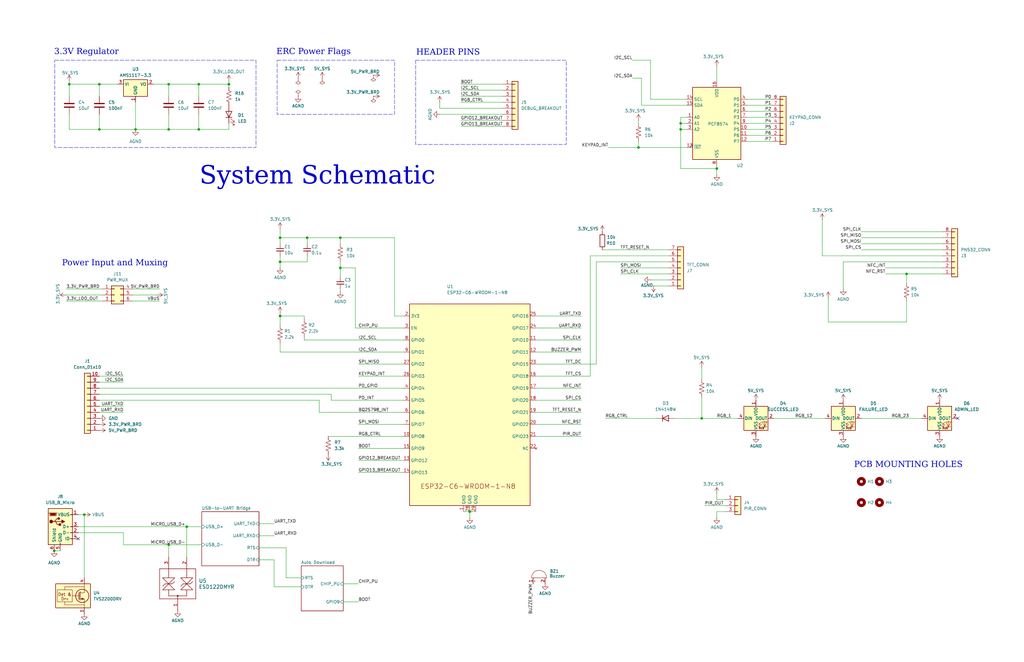
<source format=kicad_sch>
(kicad_sch (version 20231120) (generator "eeschema") (generator_version "8.0")
  (paper "B")
  (title_block (title "SCAN") (date "2025-01-30") (rev "v1.1") (company "Senior Design Group 35"))
  (junction (at 302.26 71.12))
  (junction (at 118.11 100.33))
  (junction (at 83.82 35.56))
  (junction (at 143.51 100.33))
  (junction (at 143.51 113.03))
  (junction (at 71.12 54.61))
  (junction (at 71.12 229.87))
  (junction (at 118.11 133.35))
  (junction (at 35.56 217.17))
  (junction (at 41.91 54.61))
  (junction (at 22.86 232.41))
  (junction (at 295.91 176.53))
  (junction (at 118.11 110.49))
  (junction (at 382.27 115.57))
  (junction (at 198.12 215.9))
  (junction (at 78.74 222.25))
  (junction (at 71.12 35.56))
  (junction (at 96.52 35.56))
  (junction (at 287.02 54.61))
  (junction (at 57.15 54.61))
  (junction (at 129.54 100.33))
  (junction (at 29.21 35.56))
  (junction (at 269.24 62.23))
  (junction (at 41.91 35.56))
  (junction (at 83.82 54.61))
  (junction (at 287.02 52.07))
  (no_connect (at 403.86 176.53))
  (no_connect (at 33.02 227.33))
  (wire (pts (xy 349.25 135.89) (xy 349.25 125.73)))
  (wire (pts (xy 120.65 243.84) (xy 120.65 231.14)))
  (wire (pts (xy 118.11 144.78) (xy 118.11 148.59)))
  (wire (pts (xy 274.32 41.91) (xy 289.56 41.91)))
  (wire (pts (xy 71.12 35.56) (xy 83.82 35.56)))
  (wire (pts (xy 128.27 133.35) (xy 118.11 133.35)))
  (wire (pts (xy 266.7 33.02) (xy 270.51 33.02)))
  (wire (pts (xy 118.11 148.59) (xy 170.18 148.59)))
  (wire (pts (xy 287.02 52.07) (xy 287.02 54.61)))
  (wire (pts (xy 270.51 44.45) (xy 289.56 44.45)))
  (wire (pts (xy 363.22 176.53) (xy 388.62 176.53)))
  (wire (pts (xy 269.24 62.23) (xy 269.24 59.69)))
  (wire (pts (xy 194.31 43.18) (xy 212.09 43.18)))
  (wire (pts (xy 185.42 45.72) (xy 212.09 45.72)))
  (wire (pts (xy 295.91 176.53) (xy 311.15 176.53)))
  (wire (pts (xy 83.82 35.56) (xy 96.52 35.56)))
  (wire (pts (xy 198.12 215.9) (xy 200.66 215.9)))
  (wire (pts (xy 71.12 35.56) (xy 71.12 40.64)))
  (wire (pts (xy 266.7 25.4) (xy 274.32 25.4)))
  (wire (pts (xy 128.27 142.24) (xy 128.27 143.51)))
  (wire (pts (xy 151.13 254) (xy 144.78 254)))
  (wire (pts (xy 281.94 110.49) (xy 251.46 110.49)))
  (wire (pts (xy 134.62 173.99) (xy 170.18 173.99)))
  (wire (pts (xy 269.24 50.8) (xy 269.24 52.07)))
  (wire (pts (xy 166.37 100.33) (xy 166.37 133.35)))
  (wire (pts (xy 71.12 54.61) (xy 83.82 54.61)))
  (wire (pts (xy 128.27 143.51) (xy 170.18 143.51)))
  (wire (pts (xy 57.15 43.18) (xy 57.15 54.61)))
  (wire (pts (xy 302.26 215.9) (xy 302.26 218.44)))
  (wire (pts (xy 52.07 229.87) (xy 71.12 229.87)))
  (wire (pts (xy 255.27 176.53) (xy 276.86 176.53)))
  (wire (pts (xy 382.27 115.57) (xy 397.51 115.57)))
  (wire (pts (xy 314.96 52.07) (xy 325.12 52.07)))
  (wire (pts (xy 143.51 100.33) (xy 143.51 102.87)))
  (wire (pts (xy 302.26 27.94) (xy 302.26 34.29)))
  (wire (pts (xy 151.13 179.07) (xy 170.18 179.07)))
  (wire (pts (xy 71.12 229.87) (xy 85.09 229.87)))
  (wire (pts (xy 269.24 62.23) (xy 289.56 62.23)))
  (wire (pts (xy 52.07 229.87) (xy 52.07 224.79)))
  (wire (pts (xy 287.02 54.61) (xy 289.56 54.61)))
  (wire (pts (xy 33.02 217.17) (xy 35.56 217.17)))
  (wire (pts (xy 346.71 107.95) (xy 397.51 107.95)))
  (wire (pts (xy 314.96 54.61) (xy 325.12 54.61)))
  (wire (pts (xy 226.06 168.91) (xy 245.11 168.91)))
  (wire (pts (xy 261.62 115.57) (xy 281.94 115.57)))
  (wire (pts (xy 29.21 35.56) (xy 41.91 35.56)))
  (wire (pts (xy 120.65 243.84) (xy 127 243.84)))
  (wire (pts (xy 195.58 215.9) (xy 198.12 215.9)))
  (wire (pts (xy 325.12 44.45) (xy 314.96 44.45)))
  (wire (pts (xy 166.37 100.33) (xy 143.51 100.33)))
  (wire (pts (xy 151.13 158.75) (xy 170.18 158.75)))
  (wire (pts (xy 115.57 247.65) (xy 115.57 236.22)))
  (wire (pts (xy 41.91 54.61) (xy 41.91 48.26)))
  (wire (pts (xy 138.43 184.15) (xy 170.18 184.15)))
  (wire (pts (xy 198.12 215.9) (xy 198.12 218.44)))
  (wire (pts (xy 281.94 107.95) (xy 248.92 107.95)))
  (wire (pts (xy 226.06 184.15) (xy 245.11 184.15)))
  (wire (pts (xy 270.51 33.02) (xy 270.51 44.45)))
  (wire (pts (xy 149.86 113.03) (xy 149.86 138.43)))
  (wire (pts (xy 274.32 118.11) (xy 281.94 118.11)))
  (wire (pts (xy 52.07 173.99) (xy 41.91 173.99)))
  (wire (pts (xy 382.27 115.57) (xy 382.27 119.38)))
  (wire (pts (xy 64.77 35.56) (xy 71.12 35.56)))
  (wire (pts (xy 139.7 168.91) (xy 139.7 166.37)))
  (wire (pts (xy 355.6 121.92) (xy 355.6 110.49)))
  (wire (pts (xy 363.22 97.79) (xy 397.51 97.79)))
  (wire (pts (xy 96.52 36.83) (xy 96.52 35.56)))
  (wire (pts (xy 118.11 110.49) (xy 129.54 110.49)))
  (wire (pts (xy 166.37 133.35) (xy 170.18 133.35)))
  (wire (pts (xy 254 105.41) (xy 281.94 105.41)))
  (wire (pts (xy 194.31 53.34) (xy 212.09 53.34)))
  (wire (pts (xy 78.74 222.25) (xy 78.74 234.95)))
  (wire (pts (xy 194.31 38.1) (xy 212.09 38.1)))
  (wire (pts (xy 194.31 50.8) (xy 212.09 50.8)))
  (wire (pts (xy 194.31 40.64) (xy 212.09 40.64)))
  (wire (pts (xy 314.96 59.69) (xy 325.12 59.69)))
  (wire (pts (xy 129.54 100.33) (xy 143.51 100.33)))
  (wire (pts (xy 41.91 35.56) (xy 41.91 40.64)))
  (wire (pts (xy 71.12 229.87) (xy 71.12 234.95)))
  (wire (pts (xy 118.11 132.08) (xy 118.11 133.35)))
  (wire (pts (xy 41.91 35.56) (xy 49.53 35.56)))
  (wire (pts (xy 134.62 168.91) (xy 134.62 173.99)))
  (wire (pts (xy 52.07 171.45) (xy 41.91 171.45)))
  (wire (pts (xy 41.91 163.83) (xy 170.18 163.83)))
  (wire (pts (xy 41.91 54.61) (xy 57.15 54.61)))
  (wire (pts (xy 57.15 54.61) (xy 71.12 54.61)))
  (wire (pts (xy 29.21 35.56) (xy 29.21 40.64)))
  (wire (pts (xy 115.57 236.22) (xy 109.22 236.22)))
  (wire (pts (xy 120.65 231.14) (xy 109.22 231.14)))
  (wire (pts (xy 326.39 176.53) (xy 347.98 176.53)))
  (wire (pts (xy 83.82 54.61) (xy 96.52 54.61)))
  (wire (pts (xy 139.7 168.91) (xy 170.18 168.91)))
  (wire (pts (xy 29.21 48.26) (xy 29.21 54.61)))
  (wire (pts (xy 363.22 105.41) (xy 397.51 105.41)))
  (wire (pts (xy 66.04 124.46) (xy 55.88 124.46)))
  (wire (pts (xy 287.02 49.53) (xy 289.56 49.53)))
  (wire (pts (xy 245.11 138.43) (xy 226.06 138.43)))
  (wire (pts (xy 251.46 153.67) (xy 226.06 153.67)))
  (wire (pts (xy 373.38 115.57) (xy 382.27 115.57)))
  (wire (pts (xy 118.11 102.87) (xy 118.11 100.33)))
  (wire (pts (xy 118.11 133.35) (xy 118.11 137.16)))
  (wire (pts (xy 251.46 110.49) (xy 251.46 153.67)))
  (wire (pts (xy 118.11 100.33) (xy 129.54 100.33)))
  (wire (pts (xy 261.62 113.03) (xy 281.94 113.03)))
  (wire (pts (xy 287.02 49.53) (xy 287.02 52.07)))
  (wire (pts (xy 55.88 127) (xy 67.31 127)))
  (wire (pts (xy 22.86 232.41) (xy 25.4 232.41)))
  (wire (pts (xy 325.12 41.91) (xy 314.96 41.91)))
  (wire (pts (xy 287.02 54.61) (xy 287.02 71.12)))
  (wire (pts (xy 27.94 124.46) (xy 43.18 124.46)))
  (wire (pts (xy 78.74 222.25) (xy 85.09 222.25)))
  (wire (pts (xy 29.21 34.29) (xy 29.21 35.56)))
  (wire (pts (xy 295.91 167.64) (xy 295.91 176.53)))
  (wire (pts (xy 302.26 210.82) (xy 302.26 208.28)))
  (wire (pts (xy 306.07 213.36) (xy 297.18 213.36)))
  (wire (pts (xy 287.02 71.12) (xy 302.26 71.12)))
  (wire (pts (xy 245.11 133.35) (xy 226.06 133.35)))
  (wire (pts (xy 143.51 121.92) (xy 143.51 123.19)))
  (wire (pts (xy 185.42 48.26) (xy 212.09 48.26)))
  (wire (pts (xy 274.32 25.4) (xy 274.32 41.91)))
  (wire (pts (xy 256.54 62.23) (xy 269.24 62.23)))
  (wire (pts (xy 382.27 135.89) (xy 349.25 135.89)))
  (wire (pts (xy 325.12 49.53) (xy 314.96 49.53)))
  (wire (pts (xy 151.13 199.39) (xy 170.18 199.39)))
  (wire (pts (xy 306.07 210.82) (xy 302.26 210.82)))
  (wire (pts (xy 143.51 110.49) (xy 143.51 113.03)))
  (wire (pts (xy 83.82 48.26) (xy 83.82 54.61)))
  (wire (pts (xy 185.42 43.18) (xy 185.42 45.72)))
  (wire (pts (xy 373.38 113.03) (xy 397.51 113.03)))
  (wire (pts (xy 245.11 143.51) (xy 226.06 143.51)))
  (wire (pts (xy 226.06 179.07) (xy 245.11 179.07)))
  (wire (pts (xy 149.86 138.43) (xy 170.18 138.43)))
  (wire (pts (xy 194.31 35.56) (xy 212.09 35.56)))
  (wire (pts (xy 346.71 92.71) (xy 346.71 107.95)))
  (wire (pts (xy 52.07 161.29) (xy 41.91 161.29)))
  (wire (pts (xy 83.82 35.56) (xy 83.82 40.64)))
  (wire (pts (xy 109.22 220.98) (xy 115.57 220.98)))
  (wire (pts (xy 41.91 158.75) (xy 52.07 158.75)))
  (wire (pts (xy 306.07 215.9) (xy 302.26 215.9)))
  (wire (pts (xy 287.02 52.07) (xy 289.56 52.07)))
  (wire (pts (xy 109.22 226.06) (xy 115.57 226.06)))
  (wire (pts (xy 29.21 54.61) (xy 41.91 54.61)))
  (wire (pts (xy 248.92 107.95) (xy 248.92 158.75)))
  (wire (pts (xy 363.22 100.33) (xy 397.51 100.33)))
  (wire (pts (xy 115.57 247.65) (xy 127 247.65)))
  (wire (pts (xy 382.27 127) (xy 382.27 135.89)))
  (wire (pts (xy 314.96 57.15) (xy 325.12 57.15)))
  (wire (pts (xy 363.22 102.87) (xy 397.51 102.87)))
  (wire (pts (xy 295.91 154.94) (xy 295.91 160.02)))
  (wire (pts (xy 118.11 110.49) (xy 118.11 113.03)))
  (wire (pts (xy 96.52 52.07) (xy 96.52 54.61)))
  (wire (pts (xy 151.13 189.23) (xy 170.18 189.23)))
  (wire (pts (xy 151.13 194.31) (xy 170.18 194.31)))
  (wire (pts (xy 129.54 107.95) (xy 129.54 110.49)))
  (wire (pts (xy 35.56 217.17) (xy 35.56 243.84)))
  (wire (pts (xy 302.26 71.12) (xy 302.26 69.85)))
  (wire (pts (xy 275.59 120.65) (xy 281.94 120.65)))
  (wire (pts (xy 226.06 158.75) (xy 248.92 158.75)))
  (wire (pts (xy 284.48 176.53) (xy 295.91 176.53)))
  (wire (pts (xy 118.11 96.52) (xy 118.11 100.33)))
  (wire (pts (xy 302.26 73.66) (xy 302.26 71.12)))
  (wire (pts (xy 33.02 222.25) (xy 78.74 222.25)))
  (wire (pts (xy 151.13 153.67) (xy 170.18 153.67)))
  (wire (pts (xy 245.11 173.99) (xy 226.06 173.99)))
  (wire (pts (xy 41.91 166.37) (xy 139.7 166.37)))
  (wire (pts (xy 355.6 110.49) (xy 397.51 110.49)))
  (wire (pts (xy 226.06 163.83) (xy 245.11 163.83)))
  (wire (pts (xy 143.51 113.03) (xy 143.51 116.84)))
  (wire (pts (xy 55.88 121.92) (xy 67.31 121.92)))
  (wire (pts (xy 149.86 113.03) (xy 143.51 113.03)))
  (wire (pts (xy 129.54 102.87) (xy 129.54 100.33)))
  (wire (pts (xy 41.91 168.91) (xy 134.62 168.91)))
  (wire (pts (xy 325.12 46.99) (xy 314.96 46.99)))
  (wire (pts (xy 144.78 246.38) (xy 151.13 246.38)))
  (wire (pts (xy 71.12 54.61) (xy 71.12 48.26)))
  (wire (pts (xy 118.11 107.95) (xy 118.11 110.49)))
  (wire (pts (xy 128.27 134.62) (xy 128.27 133.35)))
  (wire (pts (xy 43.18 127) (xy 27.94 127)))
  (wire (pts (xy 33.02 224.79) (xy 52.07 224.79)))
  (wire (pts (xy 43.18 121.92) (xy 27.94 121.92)))
  (wire (pts (xy 245.11 148.59) (xy 226.06 148.59)))
  (wire (pts (xy 96.52 34.29) (xy 96.52 35.56)))
  (rectangle (start 274.32 26.67) (end 274.32 26.67))
  (rectangle (start 116.84 25.4) (end 166.37 48.26) (stroke (width 0) (type dash)))
  (rectangle (start 23.114 25.4) (end 107.95 62.23) (stroke (width 0) (type dash)))
  (rectangle (start 175.26 25.4) (end 238.76 60.96) (stroke (width 0) (type dash)))
  (text "HEADER PINS" (at 175.514 24.384 0) (effects (font (size 2.54 2.54) (thickness 0.3175)) (justify left bottom)))
  (text "System Schematic" (at 133.858 76.454 0) (effects (font (size 7.62 7.62) (thickness 0.9525))))
  (text "ERC Power Flags" (at 116.586 24.13 0) (effects (font (size 2.54 2.54) (thickness 0.3175)) (justify left bottom)))
  (text "PCB MOUNTING HOLES" (at 360.172 198.374 0) (effects (font (size 2.54 2.54) (thickness 0.3175)) (justify left bottom)))
  (text "3.3V Regulator" (at 22.86 24.13 0) (effects (font (size 2.54 2.54) (thickness 0.3175)) (justify left bottom)))
  (text "Power Input and Muxing" (at 26.162 113.284 0) (effects (font (size 2.54 2.54) (thickness 0.3175)) (justify left bottom)))
  (label "GPIO13_BREAKOUT" (at 194.31 53.34 0))
  (label "UART_RXD" (at 245.11 138.43 180))
  (label "SPI_MOSI" (at 151.13 179.07 0))
  (label "PIR_OUT" (at 297.18 213.36 0))
  (label "NFC_RST" (at 245.11 179.07 180))
  (label "P2" (at 322.58 46.99 0))
  (label "MICRO_USB_D-" (at 63.5 229.87 0))
  (label "BOOT" (at 151.13 189.23 0))
  (label "RGB_CTRL" (at 194.31 43.18 0))
  (label "NFC_INT" (at 373.38 113.03 180))
  (label "GPIO12_BREAKOUT" (at 194.31 50.8 0))
  (label "RGB_12" (at 335.28 176.53 0))
  (label "P1" (at 322.58 44.45 0))
  (label "SPI_CLK" (at 363.22 97.79 180))
  (label "UART_TXD" (at 245.11 133.35 180))
  (label "KEYPAD_INT" (at 151.13 158.75 0))
  (label "NFC_RST" (at 373.38 115.57 180))
  (label "TFT_RESET_N" (at 261.62 105.41 0))
  (label "SPI_CS" (at 363.22 105.41 180))
  (label "RGB_1" (at 302.26 176.53 0))
  (label "RGB_CTRL" (at 151.13 184.15 0))
  (label "SPI_MISO" (at 151.13 153.67 0))
  (label "P0" (at 322.58 41.91 0))
  (label "BUZZER_PWM" (at 245.11 148.59 180))
  (label "UART_RXD" (at 115.57 226.06 0))
  (label "P7" (at 322.58 59.69 0))
  (label "5V_PWR_BRD" (at 67.31 121.92 180))
  (label "TFT_DC" (at 245.11 153.67 180))
  (label "TFT_CS" (at 245.11 158.75 180))
  (label "RGB_23" (at 375.92 176.53 0))
  (label "P4" (at 322.58 52.07 0))
  (label "SPI_CS" (at 245.11 168.91 180))
  (label "RGB_CTRL" (at 255.27 176.53 0))
  (label "I2C_SDA" (at 266.7 33.02 180))
  (label "SPI_MISO" (at 363.22 100.33 180))
  (label "PD_INT" (at 151.13 168.91 0))
  (label "SPI_MOSI" (at 363.22 102.87 180))
  (label "CHIP_PU" (at 151.13 138.43 0))
  (label "PD_GPIO" (at 151.13 163.83 0))
  (label "BOOT" (at 194.31 35.56 0))
  (label "I2C_SCL" (at 194.31 38.1 0))
  (label "I2C_SDA" (at 52.07 161.29 180))
  (label "BQ25798_INT" (at 163.83 173.99 180))
  (label "UART_TXD" (at 52.07 171.45 180))
  (label "I2C_SCL" (at 266.7 25.4 180))
  (label "NFC_INT" (at 245.11 163.83 180))
  (label "3.3V_PWR_BRD" (at 27.94 121.92 0))
  (label "P6" (at 322.58 57.15 0))
  (label "GPIO13_BREAKOUT" (at 151.13 199.39 0))
  (label "I2C_SDA" (at 151.13 148.59 0))
  (label "P5" (at 322.58 54.61 0))
  (label "SPI_MOSI" (at 261.62 113.03 0))
  (label "PIR_OUT" (at 245.11 184.15 180))
  (label "I2C_SCL" (at 151.13 143.51 0))
  (label "KEYPAD_INT" (at 256.54 62.23 180))
  (label "P3" (at 322.58 49.53 0))
  (label "SPI_CLK" (at 245.11 143.51 180))
  (label "I2C_SCL" (at 52.07 158.75 180))
  (label "BUZZER_PWM" (at 224.79 246.38 270))
  (label "GPIO12_BREAKOUT" (at 151.13 194.31 0))
  (label "UART_RXD" (at 52.07 173.99 180))
  (label "UART_TXD" (at 115.57 220.98 0))
  (label "MICRO_USB_D+" (at 63.5 222.25 0))
  (label "BOOT" (at 151.13 254 0))
  (label "VBUS" (at 67.31 127 180))
  (label "TFT_RESET_N" (at 245.11 173.99 180))
  (label "3.3V_LDO_OUT" (at 27.94 127 0))
  (label "CHIP_PU" (at 151.13 246.38 0))
  (label "I2C_SDA" (at 194.31 40.64 0))
  (label "SPI_CLK" (at 261.62 115.57 0))
  (symbol (lib_id "PCM_Espressif:ESP32-C6-WROOM-1") (at 198.12 161.29 0) (unit 1)
    (property "Reference" "U1" (at 188.468 120.904 0) (effects (justify left)))
    (property "Value" "ESP32-C6-WROOM-1-N8" (at 188.468 123.444 0) (effects (justify left)))
    (property "Footprint" "SCAN_footprints:ESP32-C6-WROOM-1-N8" (effects (hide yes)))
    (property "Datasheet" "https://www.espressif.com/sites/default/files/documentation/esp32-c6-wroom-1_wroom-1u_datasheet_en.pdf" (effects (hide yes)))
    (property "Description" "ESP32-C6-WROOM-1/U is a module that supports 2.4 GHz Wi-Fi 6 (802.11 ax), Bluetooth® 5 (LE), Zigbee and Thread (802.15.4)" (effects (hide yes)))
  )
  (symbol (lib_id "Device:R_US") (at 295.91 163.83 0) (unit 1)
    (property "Reference" "R4" (at 297.688 162.56 0) (effects (justify left)))
    (property "Value" "10k" (at 297.688 165.1 0) (effects (justify left)))
    (property "Footprint" "Resistor_SMD:R_0805_2012Metric" (effects (hide yes)))
    (property "Description" "Resistor, US symbol" (effects (hide yes)))
  )
  (symbol (lib_id "Device:C_Small") (at 129.54 105.41 0) (unit 1)
    (property "Reference" "C2" (at 131.318 104.14 0) (effects (justify left)))
    (property "Value" "0.1u" (at 131.318 106.68 0) (effects (justify left)))
    (property "Footprint" "Capacitor_SMD:C_0603_1608Metric" (effects (hide yes)))
    (property "Description" "50V, 10%" (effects (hide yes)))
  )
  (symbol (lib_id "Device:R_US") (at 143.51 106.68 0) (unit 1)
    (property "Reference" "R3" (at 146.05 105.4099 0) (effects (justify left)))
    (property "Value" "10k" (at 146.05 107.9499 0) (effects (justify left)))
    (property "Footprint" "Resistor_SMD:R_0805_2012Metric" (effects (hide yes)))
    (property "Description" "1%" (effects (hide yes)))
  )
  (symbol (lib_id "LED:WS2812B") (at 396.24 176.53 0) (unit 1)
    (property "Reference" "D6" (at 407.67 170.2114 0))
    (property "Value" "ADMIN_LED" (at 407.67 172.7514 0))
    (property "Footprint" "LED_SMD:LED_WS2812B_PLCC4_5.0x5.0mm_P3.2mm" (effects (hide yes)))
    (property "Datasheet" "https://cdn-shop.adafruit.com/datasheets/WS2812B.pdf" (effects (hide yes)))
    (property "Description" "RGB LED with integrated controller" (effects (hide yes)))
  )
  (symbol (lib_id "Regulator_Linear:AMS1117-3.3") (at 57.15 35.56 0) (unit 1)
    (property "Reference" "U3" (at 57.15 29.21 0))
    (property "Value" "AMS1117-3.3" (at 57.15 31.75 0))
    (property "Footprint" "Package_TO_SOT_SMD:SOT-223-3_TabPin2" (effects (hide yes)))
    (property "Datasheet" "http://www.advanced-monolithic.com/pdf/ds1117.pdf" (effects (hide yes)))
    (property "Description" "1A Low Dropout regulator, positive, 3.3V fixed output, SOT-223" (effects (hide yes)))
  )
  (symbol (lib_id "Device:C_Small") (at 143.51 119.38 0) (unit 1)
    (property "Reference" "C3" (at 145.288 118.11 0) (effects (justify left)))
    (property "Value" "1u" (at 145.288 120.65 0) (effects (justify left)))
    (property "Footprint" "Capacitor_SMD:C_0603_1608Metric" (effects (hide yes)))
    (property "Description" "16V, 10%" (effects (hide yes)))
  )
  (symbol (lib_id "Device:Buzzer") (at 227.33 243.84 90) (unit 1)
    (property "Reference" "BZ1" (at 235.712 241.046 90) (effects (justify left)))
    (property "Value" "Buzzer" (at 238.252 243.078 90) (effects (justify left)))
    (property "Footprint" "Buzzer_Beeper:Buzzer_12x9.5RM7.6" (effects (hide yes)))
    (property "Description" "Buzzer, polarized" (effects (hide yes)))
  )
  (symbol (lib_id "power:GND") (at 125.73 40.64 0) (unit 1)
    (property "Reference" "#PWR016" (effects (hide yes)))
    (property "Value" "AGND" (at 125.73 44.704 0))
    (property "Description" "Power symbol creates a global label with name \"GND\" , ground" (effects (hide yes)))
  )
  (symbol (lib_id "power:GND") (at 41.91 176.53 90) (unit 1)
    (property "Reference" "#PWR043" (effects (hide yes)))
    (property "Value" "GND" (at 45.72 176.5301 90) (effects (justify right)))
    (property "Description" "Power symbol creates a global label with name \"GND\" , ground" (effects (hide yes)))
  )
  (symbol (lib_id "power:GND") (at 355.6 184.15 0) (unit 1)
    (property "Reference" "#PWR022" (effects (hide yes)))
    (property "Value" "AGND" (at 355.6 188.214 0))
    (property "Description" "Power symbol creates a global label with name \"GND\" , ground" (effects (hide yes)))
  )
  (symbol (lib_id "Interface_Expansion:PCF8574") (at 302.26 52.07 0) (unit 1)
    (property "Reference" "U2" (at 310.642 69.85 0) (effects (justify left)))
    (property "Value" "PCF8574" (at 298.45 52.324 0) (effects (justify left)))
    (property "Footprint" "SCAN_footprints:DIP794W45P254L1969H508Q16" (effects (hide yes)))
    (property "Datasheet" "http://www.nxp.com/docs/en/data-sheet/PCF8574_PCF8574A.pdf" (effects (hide yes)))
    (property "Description" "8 Bit Port/Expander to I2C Bus, DIP/SOIC-16" (effects (hide yes)))
  )
  (symbol (lib_id "power:GND") (at 302.26 73.66 0) (unit 1)
    (property "Reference" "#PWR03" (effects (hide yes)))
    (property "Value" "AGND" (at 302.26 77.724 0))
    (property "Description" "Power symbol creates a global label with name \"GND\" , ground" (effects (hide yes)))
  )
  (symbol (lib_id "power:+3.3V") (at 295.91 154.94 0) (unit 1)
    (property "Reference" "#PWR012" (effects (hide yes)))
    (property "Value" "5V_SYS" (at 292.354 150.876 0) (effects (justify left)))
    (property "Description" "Power symbol creates a global label with name \"+3.3V\"" (effects (hide yes)))
  )
  (symbol (lib_id "Connector_Generic:Conn_01x10") (at 36.83 171.45 180) (unit 1)
    (property "Reference" "J1" (at 36.83 152.4 0))
    (property "Value" "Conn_01x10" (at 36.83 154.94 0))
    (property "Footprint" "Connector_Molex:Molex_Micro-Fit_3.0_43650-1000_1x10_P3.00mm_Horizontal" (effects (hide yes)))
    (property "Description" "Generic connector, single row, 01x10, script generated (kicad-library-utils/schlib/autogen/connector/)" (effects (hide yes)))
  )
  (symbol (lib_id "power:+3.3V") (at 355.6 168.91 0) (unit 1)
    (property "Reference" "#PWR021" (effects (hide yes)))
    (property "Value" "5V_SYS" (at 352.044 164.846 0) (effects (justify left)))
    (property "Description" "Power symbol creates a global label with name \"+3.3V\"" (effects (hide yes)))
  )
  (symbol (lib_id "power:PWR_FLAG") (at 135.89 33.02 180) (unit 1)
    (property "Reference" "#FLG06" (effects (hide yes)))
    (property "Value" "PWR_FLAG" (effects (hide yes)))
    (property "Description" "Special symbol for telling ERC where power comes from" (effects (hide yes)))
  )
  (symbol (lib_id "Device:C") (at 41.91 44.45 0) (unit 1)
    (property "Reference" "C5" (at 45.72 43.1799 0) (effects (justify left)))
    (property "Value" "100nF" (at 45.72 45.7199 0) (effects (justify left)))
    (property "Footprint" "Capacitor_SMD:C_0603_1608Metric" (effects (hide yes)))
    (property "Description" "Unpolarized capacitor" (effects (hide yes)))
  )
  (symbol (lib_id "power:+3.3V") (at 125.73 33.02 0) (unit 1)
    (property "Reference" "#PWR015" (effects (hide yes)))
    (property "Value" "3.3V_SYS" (at 119.888 28.956 0) (effects (justify left)))
    (property "Description" "Power symbol creates a global label with name \"+3.3V\"" (effects (hide yes)))
  )
  (symbol (lib_id "power:GND") (at 118.11 113.03 0) (unit 1)
    (property "Reference" "#PWR06" (effects (hide yes)))
    (property "Value" "AGND" (at 118.11 117.094 0))
    (property "Description" "Power symbol creates a global label with name \"GND\" , ground" (effects (hide yes)))
  )
  (symbol (lib_id "power:+3.3V") (at 346.71 92.71 0) (unit 1)
    (property "Reference" "#PWR011" (effects (hide yes)))
    (property "Value" "3.3V_SYS" (at 342.392 88.646 0) (effects (justify left)))
    (property "Description" "Power symbol creates a global label with name \"+3.3V\"" (effects (hide yes)))
  )
  (symbol (lib_id "power:+3.3V") (at 138.43 191.77 180) (unit 1)
    (property "Reference" "#PWR019" (effects (hide yes)))
    (property "Value" "3.3V_SYS" (at 144.272 195.834 0) (effects (justify left)))
    (property "Description" "Power symbol creates a global label with name \"+3.3V\"" (effects (hide yes)))
  )
  (symbol (lib_id "power:GND") (at 302.26 218.44 0) (unit 1)
    (property "Reference" "#PWR030" (effects (hide yes)))
    (property "Value" "AGND" (at 302.26 222.504 0))
    (property "Description" "Power symbol creates a global label with name \"GND\" , ground" (effects (hide yes)))
  )
  (symbol (lib_id "power:PWR_FLAG") (at 157.48 31.75 180) (unit 1)
    (property "Reference" "#FLG04" (effects (hide yes)))
    (property "Value" "PWR_FLAG" (effects (hide yes)))
    (property "Description" "Special symbol for telling ERC where power comes from" (effects (hide yes)))
  )
  (symbol (lib_id "power:GND") (at 22.86 232.41 0) (unit 1)
    (property "Reference" "#PWR020" (effects (hide yes)))
    (property "Value" "AGND" (at 22.86 237.49 0))
    (property "Description" "Power symbol creates a global label with name \"GND\" , ground" (effects (hide yes)))
  )
  (symbol (lib_id "power:PWR_FLAG") (at 157.48 40.64 180) (unit 1)
    (property "Reference" "#FLG05" (effects (hide yes)))
    (property "Value" "PWR_FLAG" (effects (hide yes)))
    (property "Description" "Special symbol for telling ERC where power comes from" (effects (hide yes)))
  )
  (symbol (lib_id "Connector:USB_B_Micro") (at 25.4 222.25 0) (unit 1)
    (property "Reference" "J8" (at 25.4 209.55 0))
    (property "Value" "USB_B_Micro" (at 25.4 212.09 0))
    (property "Footprint" "Connector_USB:USB_Micro-AB_Molex_47590-0001" (effects (hide yes)))
    (property "Description" "USB Micro Type B connector" (effects (hide yes)))
  )
  (symbol (lib_id "LED:WS2812B") (at 355.6 176.53 0) (unit 1)
    (property "Reference" "D5" (at 368.3 170.2114 0))
    (property "Value" "FAILURE_LED" (at 368.3 172.7514 0))
    (property "Footprint" "LED_SMD:LED_WS2812B_PLCC4_5.0x5.0mm_P3.2mm" (effects (hide yes)))
    (property "Datasheet" "https://cdn-shop.adafruit.com/datasheets/WS2812B.pdf" (effects (hide yes)))
    (property "Description" "RGB LED with integrated controller" (effects (hide yes)))
  )
  (symbol (lib_id "power:+3.3V") (at 302.26 27.94 0) (unit 1)
    (property "Reference" "#PWR02" (effects (hide yes)))
    (property "Value" "3.3V_SYS" (at 296.418 23.876 0) (effects (justify left)))
    (property "Description" "Power symbol creates a global label with name \"+3.3V\"" (effects (hide yes)))
  )
  (symbol (lib_id "custom_symbols:ESD122DMYR") (at 74.93 246.38 90) (unit 1)
    (property "Reference" "U5" (at 83.82 245.1099 90) (effects (font (size 1.524 1.524)) (justify right)))
    (property "Value" "ESD122DMYR" (at 83.82 247.6499 90) (effects (font (size 1.524 1.524)) (justify right)))
    (property "Footprint" "SCAN_footprints:DMY0003A" (effects (hide yes)))
    (property "Datasheet" "ESD122DMYR" (effects (hide yes)))
  )
  (symbol (lib_id "power:+3.3V") (at 35.56 217.17 270) (unit 1)
    (property "Reference" "#PWR027" (effects (hide yes)))
    (property "Value" "VBUS" (at 38.862 217.17 90) (effects (justify left)))
    (property "Description" "Power symbol creates a global label with name \"+3.3V\"" (effects (hide yes)))
  )
  (symbol (lib_id "power:PWR_FLAG") (at 125.73 33.02 180) (unit 1)
    (property "Reference" "#FLG01" (effects (hide yes)))
    (property "Value" "PWR_FLAG" (effects (hide yes)))
    (property "Description" "Special symbol for telling ERC where power comes from" (effects (hide yes)))
  )
  (symbol (lib_id "Diode:1N4148W") (at 280.67 176.53 0) (unit 1)
    (property "Reference" "D3" (at 280.67 170.18 0))
    (property "Value" "1N4148W" (at 280.67 172.72 0))
    (property "Footprint" "Diode_SMD:D_SOD-123" (effects (hide yes)))
    (property "Datasheet" "https://www.vishay.com/docs/85748/1n4148w.pdf" (effects (hide yes)))
    (property "Description" "75V 0.15A Fast Switching Diode, SOD-123" (effects (hide yes)))
    (property "Sim.Device" "D" (effects (hide yes)))
    (property "Sim.Pins" "1=K 2=A" (effects (hide yes)))
  )
  (symbol (lib_id "Connector_Generic:Conn_01x07") (at 287.02 113.03 0) (mirror x) (unit 1)
    (property "Reference" "J7" (at 289.56 114.3001 0) (effects (justify left)))
    (property "Value" "TFT_CONN" (at 289.56 111.7601 0) (effects (justify left)))
    (property "Footprint" "Connector_PinHeader_2.54mm:PinHeader_1x07_P2.54mm_Horizontal" (effects (hide yes)))
    (property "Description" "Generic connector, single row, 01x07, script generated (kicad-library-utils/schlib/autogen/connector/)" (effects (hide yes)))
  )
  (symbol (lib_id "Connector_Generic:Conn_01x08") (at 402.59 107.95 0) (mirror x) (unit 1)
    (property "Reference" "J3" (at 405.13 107.9501 0) (effects (justify left)))
    (property "Value" "PN532_CONN" (at 405.13 105.4101 0) (effects (justify left)))
    (property "Footprint" "Connector_PinHeader_2.54mm:PinHeader_1x08_P2.54mm_Horizontal" (effects (hide yes)))
    (property "Description" "Generic connector, single row, 01x08, script generated (kicad-library-utils/schlib/autogen/connector/)" (effects (hide yes)))
  )
  (symbol (lib_id "power:GND") (at 229.87 246.38 0) (unit 1)
    (property "Reference" "#PWR010" (effects (hide yes)))
    (property "Value" "AGND" (at 229.87 250.444 0))
    (property "Description" "Power symbol creates a global label with name \"GND\" , ground" (effects (hide yes)))
  )
  (symbol (lib_id "power:PWR_FLAG") (at 125.73 40.64 0) (unit 1)
    (property "Reference" "#FLG02" (effects (hide yes)))
    (property "Value" "PWR_FLAG" (effects (hide yes)))
    (property "Description" "Special symbol for telling ERC where power comes from" (effects (hide yes)))
  )
  (symbol (lib_id "Device:R_US") (at 269.24 55.88 0) (unit 1)
    (property "Reference" "R6" (at 271.78 54.6099 0) (effects (justify left)))
    (property "Value" "10k" (at 271.78 57.1499 0) (effects (justify left)))
    (property "Footprint" "Resistor_SMD:R_0805_2012Metric" (effects (hide yes)))
    (property "Description" "Resistor, US symbol" (effects (hide yes)))
  )
  (symbol (lib_id "Mechanical:MountingHole") (at 370.84 203.2 0) (unit 1) (exclude_from_sim yes) (in_bom no)
    (property "Reference" "H3" (at 373.38 203.1999 0) (effects (justify left)))
    (property "Value" "MountingHole_Pad" (effects (hide yes)))
    (property "Footprint" "MountingHole:MountingHole_3.2mm_M3" (effects (hide yes)))
    (property "Description" "Mounting Hole without connection" (effects (hide yes)))
  )
  (symbol (lib_id "power:+3.3V") (at 29.21 34.29 0) (unit 1)
    (property "Reference" "#PWR034" (effects (hide yes)))
    (property "Value" "5V_SYS" (at 26.162 30.734 0) (effects (justify left)))
    (property "Description" "Power symbol creates a global label with name \"+3.3V\"" (effects (hide yes)))
  )
  (symbol (lib_id "power:GND") (at 355.6 121.92 0) (unit 1)
    (property "Reference" "#PWR026" (effects (hide yes)))
    (property "Value" "AGND" (at 355.6 126.238 0))
    (property "Description" "Power symbol creates a global label with name \"GND\" , ground" (effects (hide yes)))
  )
  (symbol (lib_id "Mechanical:MountingHole") (at 363.22 203.2 0) (unit 1) (exclude_from_sim yes) (in_bom no)
    (property "Reference" "H1" (at 365.76 203.1999 0) (effects (justify left)))
    (property "Value" "MountingHole_Pad" (effects (hide yes)))
    (property "Footprint" "MountingHole:MountingHole_3.2mm_M3" (effects (hide yes)))
    (property "Description" "Mounting Hole without connection" (effects (hide yes)))
  )
  (symbol (lib_id "power:+3.3V") (at 349.25 125.73 0) (unit 1)
    (property "Reference" "#PWR04" (effects (hide yes)))
    (property "Value" "3.3V_SYS" (at 338.836 124.46 0) (effects (justify left)))
    (property "Description" "Power symbol creates a global label with name \"+3.3V\"" (effects (hide yes)))
  )
  (symbol (lib_id "power:+3.3V") (at 27.94 124.46 90) (mirror x) (unit 1)
    (property "Reference" "#PWR042" (effects (hide yes)))
    (property "Value" "3.3V_SYS" (at 24.384 119.634 0) (effects (justify left)))
    (property "Description" "Power symbol creates a global label with name \"+3.3V\"" (effects (hide yes)))
  )
  (symbol (lib_id "power:GND") (at 74.93 257.81 0) (unit 1)
    (property "Reference" "#PWR036" (effects (hide yes)))
    (property "Value" "AGND" (at 74.93 261.874 0))
    (property "Description" "Power symbol creates a global label with name \"GND\" , ground" (effects (hide yes)))
  )
  (symbol (lib_id "power:+3.3V") (at 318.77 168.91 0) (unit 1)
    (property "Reference" "#PWR013" (effects (hide yes)))
    (property "Value" "5V_SYS" (at 315.214 164.846 0) (effects (justify left)))
    (property "Description" "Power symbol creates a global label with name \"+3.3V\"" (effects (hide yes)))
  )
  (symbol (lib_id "power:+3.3V") (at 118.11 96.52 0) (unit 1)
    (property "Reference" "#PWR05" (effects (hide yes)))
    (property "Value" "3.3V_SYS" (at 113.792 92.456 0) (effects (justify left)))
    (property "Description" "Power symbol creates a global label with name \"+3.3V\"" (effects (hide yes)))
  )
  (symbol (lib_id "power:+3.3V") (at 396.24 168.91 0) (unit 1)
    (property "Reference" "#PWR023" (effects (hide yes)))
    (property "Value" "5V_SYS" (at 392.684 164.846 0) (effects (justify left)))
    (property "Description" "Power symbol creates a global label with name \"+3.3V\"" (effects (hide yes)))
  )
  (symbol (lib_id "power:+3.3V") (at 157.48 40.64 270) (mirror x) (unit 1)
    (property "Reference" "#PWR018" (effects (hide yes)))
    (property "Value" "3.3V_PWR_BRD" (at 146.05 38.862 90) (effects (justify left)))
    (property "Description" "Power symbol creates a global label with name \"+3.3V\"" (effects (hide yes)))
  )
  (symbol (lib_id "Device:R_US") (at 118.11 140.97 0) (unit 1)
    (property "Reference" "R1" (at 119.888 139.7 0) (effects (justify left)))
    (property "Value" "2.2k" (at 119.888 142.24 0) (effects (justify left)))
    (property "Footprint" "Resistor_SMD:R_0805_2012Metric" (effects (hide yes)))
    (property "Description" "Resistor, US symbol" (effects (hide yes)))
  )
  (symbol (lib_id "power:+3.3V") (at 185.42 43.18 0) (unit 1)
    (property "Reference" "#PWR025" (effects (hide yes)))
    (property "Value" "3.3V_SYS" (at 181.102 38.862 0) (effects (justify left)))
    (property "Description" "Power symbol creates a global label with name \"+3.3V\"" (effects (hide yes)))
  )
  (symbol (lib_id "Device:LED") (at 96.52 48.26 90) (unit 1)
    (property "Reference" "D1" (at 100.33 48.5774 90) (effects (justify right)))
    (property "Value" "LED" (at 100.33 51.1174 90) (effects (justify right)))
    (property "Footprint" "LED_SMD:LED_1206_3216Metric" (effects (hide yes)))
    (property "Description" "Light emitting diode" (effects (hide yes)))
  )
  (symbol (lib_id "power:+3.3V") (at 118.11 132.08 0) (unit 1)
    (property "Reference" "#PWR07" (effects (hide yes)))
    (property "Value" "3.3V_SYS" (at 112.268 128.016 0) (effects (justify left)))
    (property "Description" "Power symbol creates a global label with name \"+3.3V\"" (effects (hide yes)))
  )
  (symbol (lib_id "Device:C") (at 83.82 44.45 0) (unit 1)
    (property "Reference" "C7" (at 87.63 43.1799 0) (effects (justify left)))
    (property "Value" "100nF" (at 87.63 45.7199 0) (effects (justify left)))
    (property "Footprint" "Capacitor_SMD:C_0603_1608Metric" (effects (hide yes)))
    (property "Description" "Unpolarized capacitor" (effects (hide yes)))
  )
  (symbol (lib_id "power:GND") (at 185.42 48.26 270) (unit 1)
    (property "Reference" "#PWR028" (effects (hide yes)))
    (property "Value" "AGND" (at 181.356 48.26 0))
    (property "Description" "Power symbol creates a global label with name \"GND\" , ground" (effects (hide yes)))
  )
  (symbol (lib_id "Device:R_US") (at 96.52 40.64 0) (unit 1)
    (property "Reference" "R16" (at 99.06 39.3699 0) (effects (justify left)))
    (property "Value" "1k" (at 99.06 41.9099 0) (effects (justify left)))
    (property "Footprint" "Resistor_SMD:R_0805_2012Metric" (effects (hide yes)))
    (property "Description" "Resistor, US symbol" (effects (hide yes)))
  )
  (symbol (lib_id "Device:R_US") (at 138.43 187.96 0) (unit 1)
    (property "Reference" "R7" (at 140.97 186.6899 0) (effects (justify left)))
    (property "Value" "3.3k" (at 140.97 189.2299 0) (effects (justify left)))
    (property "Footprint" "Resistor_SMD:R_0805_2012Metric" (effects (hide yes)))
    (property "Description" "Resistor, US symbol" (effects (hide yes)))
  )
  (symbol (lib_id "power:GND") (at 318.77 184.15 0) (unit 1)
    (property "Reference" "#PWR017" (effects (hide yes)))
    (property "Value" "AGND" (at 318.77 188.214 0))
    (property "Description" "Power symbol creates a global label with name \"GND\" , ground" (effects (hide yes)))
  )
  (symbol (lib_id "power:+3.3V") (at 66.04 124.46 270) (unit 1)
    (property "Reference" "#PWR044" (effects (hide yes)))
    (property "Value" "5V_SYS" (at 69.85 121.412 0) (effects (justify left)))
    (property "Description" "Power symbol creates a global label with name \"+3.3V\"" (effects (hide yes)))
  )
  (symbol (lib_id "power:+3.3V") (at 41.91 181.61 270) (mirror x) (unit 1)
    (property "Reference" "#PWR047" (effects (hide yes)))
    (property "Value" "5V_PWR_BRD" (at 45.72 181.6101 90) (effects (justify left)))
    (property "Description" "Power symbol creates a global label with name \"+3.3V\"" (effects (hide yes)))
  )
  (symbol (lib_id "Connector_Generic:Conn_01x08") (at 330.2 52.07 0) (mirror x) (unit 1)
    (property "Reference" "J2" (at 332.74 52.0701 0) (effects (justify left)))
    (property "Value" "KEYPAD_CONN" (at 332.74 49.5301 0) (effects (justify left)))
    (property "Footprint" "Connector_PinHeader_2.54mm:PinHeader_1x08_P2.54mm_Horizontal" (effects (hide yes)))
    (property "Description" "Generic connector, single row, 01x08, script generated (kicad-library-utils/schlib/autogen/connector/)" (effects (hide yes)))
  )
  (symbol (lib_id "power:GND") (at 274.32 118.11 270) (unit 1)
    (property "Reference" "#PWR040" (effects (hide yes)))
    (property "Value" "AGND" (at 272.796 120.396 90))
    (property "Description" "Power symbol creates a global label with name \"GND\" , ground" (effects (hide yes)))
  )
  (symbol (lib_id "Device:C_Small") (at 118.11 105.41 0) (unit 1)
    (property "Reference" "C1" (at 119.888 104.14 0) (effects (justify left)))
    (property "Value" "10u" (at 119.888 106.68 0) (effects (justify left)))
    (property "Footprint" "Capacitor_SMD:C_0603_1608Metric" (effects (hide yes)))
    (property "Description" "25V, 20%" (effects (hide yes)))
  )
  (symbol (lib_id "power:+3.3V") (at 302.26 208.28 0) (unit 1)
    (property "Reference" "#PWR029" (effects (hide yes)))
    (property "Value" "3.3V_SYS" (at 296.418 204.216 0) (effects (justify left)))
    (property "Description" "Power symbol creates a global label with name \"+3.3V\"" (effects (hide yes)))
  )
  (symbol (lib_id "power:GND") (at 57.15 54.61 0) (unit 1)
    (property "Reference" "#PWR033" (effects (hide yes)))
    (property "Value" "AGND" (at 57.15 59.69 0))
    (property "Description" "Power symbol creates a global label with name \"GND\" , ground" (effects (hide yes)))
  )
  (symbol (lib_id "Device:R_US") (at 128.27 138.43 0) (unit 1)
    (property "Reference" "R2" (at 130.048 137.16 0) (effects (justify left)))
    (property "Value" "2.2k" (at 130.048 139.7 0) (effects (justify left)))
    (property "Footprint" "Resistor_SMD:R_0805_2012Metric" (effects (hide yes)))
    (property "Description" "Resistor, US symbol" (effects (hide yes)))
  )
  (symbol (lib_id "power:+3.3V") (at 275.59 120.65 180) (unit 1)
    (property "Reference" "#PWR035" (effects (hide yes)))
    (property "Value" "3.3V_SYS" (at 279.908 124.714 0) (effects (justify left)))
    (property "Description" "Power symbol creates a global label with name \"+3.3V\"" (effects (hide yes)))
  )
  (symbol (lib_id "Connector_Generic:Conn_01x08") (at 217.17 43.18 0) (unit 1)
    (property "Reference" "J5" (at 219.71 43.1799 0) (effects (justify left)))
    (property "Value" "DEBUG_BREAKOUT" (at 219.71 45.7199 0) (effects (justify left)))
    (property "Footprint" "Connector_PinHeader_2.54mm:PinHeader_1x08_P2.54mm_Horizontal" (effects (hide yes)))
    (property "Description" "Generic connector, single row, 01x08, script generated (kicad-library-utils/schlib/autogen/connector/)" (effects (hide yes)))
  )
  (symbol (lib_id "Device:C") (at 29.21 44.45 0) (unit 1)
    (property "Reference" "C4" (at 33.02 43.1799 0) (effects (justify left)))
    (property "Value" "10uF" (at 33.02 45.7199 0) (effects (justify left)))
    (property "Footprint" "Capacitor_SMD:C_0603_1608Metric" (effects (hide yes)))
    (property "Description" "Unpolarized capacitor" (effects (hide yes)))
  )
  (symbol (lib_id "power:GND") (at 198.12 218.44 0) (unit 1)
    (property "Reference" "#PWR014" (effects (hide yes)))
    (property "Value" "AGND" (at 198.12 222.504 0))
    (property "Description" "Power symbol creates a global label with name \"GND\" , ground" (effects (hide yes)))
  )
  (symbol (lib_id "power:+3.3V") (at 41.91 179.07 270) (mirror x) (unit 1)
    (property "Reference" "#PWR046" (effects (hide yes)))
    (property "Value" "3.3V_PWR_BRD" (at 45.72 179.07 90) (effects (justify left)))
    (property "Description" "Power symbol creates a global label with name \"+3.3V\"" (effects (hide yes)))
  )
  (symbol (lib_id "Device:R") (at 254 101.6 180) (unit 1)
    (property "Reference" "R10" (at 259.588 102.616 0) (effects (justify left)))
    (property "Value" "10k" (at 259.588 100.076 0) (effects (justify left)))
    (property "Footprint" "Resistor_SMD:R_0805_2012Metric" (effects (hide yes)))
    (property "Description" "Resistor" (effects (hide yes)))
  )
  (symbol (lib_id "Connector_Generic:Conn_02x03_Top_Bottom") (at 48.26 124.46 0) (unit 1)
    (property "Reference" "J11" (at 49.53 115.57 0))
    (property "Value" "PWR_MUX" (at 49.53 118.11 0))
    (property "Footprint" "Connector_PinHeader_2.54mm:PinHeader_2x03_P2.54mm_Vertical" (effects (hide yes)))
    (property "Description" "Generic connector, double row, 02x03, top/bottom pin numbering scheme (row 1: 1...pins_per_row, row2: pins_per_row+1 ... num_pins), script generated (kicad-library-utils/schlib/autogen/connector/)" (effects (hide yes)))
  )
  (symbol (lib_id "power:+3.3V") (at 135.89 33.02 0) (unit 1)
    (property "Reference" "#PWR041" (effects (hide yes)))
    (property "Value" "5V_SYS" (at 132.334 28.956 0) (effects (justify left)))
    (property "Description" "Power symbol creates a global label with name \"+3.3V\"" (effects (hide yes)))
  )
  (symbol (lib_id "power:+3.3V") (at 254 97.79 0) (unit 1)
    (property "Reference" "#PWR037" (effects (hide yes)))
    (property "Value" "3.3V_SYS" (at 243.586 96.52 0) (effects (justify left)))
    (property "Description" "Power symbol creates a global label with name \"+3.3V\"" (effects (hide yes)))
  )
  (symbol (lib_id "Device:R_US") (at 382.27 123.19 0) (unit 1)
    (property "Reference" "R5" (at 384.048 121.92 0) (effects (justify left)))
    (property "Value" "10k" (at 384.048 124.46 0) (effects (justify left)))
    (property "Footprint" "Resistor_SMD:R_0805_2012Metric" (effects (hide yes)))
    (property "Description" "Resistor, US symbol" (effects (hide yes)))
  )
  (symbol (lib_id "Power_Protection:TVS2200DRV") (at 35.56 251.46 0) (unit 1)
    (property "Reference" "U4" (at 39.37 250.1899 0) (effects (justify left)))
    (property "Value" "TVS2200DRV" (at 39.37 252.7299 0) (effects (justify left)))
    (property "Footprint" "Package_SON:WSON-6-1EP_2x2mm_P0.65mm_EP1x1.6mm" (effects (hide yes)))
    (property "Datasheet" "http://www.ti.com/lit/ds/symlink/tvs2200.pdf" (effects (hide yes)))
    (property "Description" "Flat-Clamp Surge Protection Device. 22Vrwm, WSON-6" (effects (hide yes)))
  )
  (symbol (lib_id "power:+3.3V") (at 96.52 34.29 0) (unit 1)
    (property "Reference" "#PWR032" (effects (hide yes)))
    (property "Value" "3.3V_LDO_OUT" (at 89.662 30.226 0) (effects (justify left)))
    (property "Description" "Power symbol creates a global label with name \"+3.3V\"" (effects (hide yes)))
  )
  (symbol (lib_id "Mechanical:MountingHole") (at 363.22 212.09 0) (unit 1) (exclude_from_sim yes) (in_bom no)
    (property "Reference" "H2" (at 365.76 212.0899 0) (effects (justify left)))
    (property "Value" "MountingHole_Pad" (effects (hide yes)))
    (property "Footprint" "MountingHole:MountingHole_3.2mm_M3" (effects (hide yes)))
    (property "Description" "Mounting Hole without connection" (effects (hide yes)))
  )
  (symbol (lib_id "LED:WS2812B") (at 318.77 176.53 0) (unit 1)
    (property "Reference" "D4" (at 330.2 170.2114 0))
    (property "Value" "SUCCESS_LED" (at 330.2 172.7514 0))
    (property "Footprint" "LED_SMD:LED_WS2812B_PLCC4_5.0x5.0mm_P3.2mm" (effects (hide yes)))
    (property "Datasheet" "https://cdn-shop.adafruit.com/datasheets/WS2812B.pdf" (effects (hide yes)))
    (property "Description" "RGB LED with integrated controller" (effects (hide yes)))
  )
  (symbol (lib_id "power:+3.3V") (at 269.24 50.8 0) (unit 1)
    (property "Reference" "#PWR01" (effects (hide yes)))
    (property "Value" "3.3V_SYS" (at 263.398 46.736 0) (effects (justify left)))
    (property "Description" "Power symbol creates a global label with name \"+3.3V\"" (effects (hide yes)))
  )
  (symbol (lib_id "power:GND") (at 396.24 184.15 0) (unit 1)
    (property "Reference" "#PWR024" (effects (hide yes)))
    (property "Value" "AGND" (at 396.24 188.214 0))
    (property "Description" "Power symbol creates a global label with name \"GND\" , ground" (effects (hide yes)))
  )
  (symbol (lib_id "power:GND") (at 35.56 259.08 0) (unit 1)
    (property "Reference" "#PWR045" (effects (hide yes)))
    (property "Value" "AGND" (at 35.56 263.144 0))
    (property "Description" "Power symbol creates a global label with name \"GND\" , ground" (effects (hide yes)))
  )
  (symbol (lib_id "Mechanical:MountingHole") (at 370.84 212.09 0) (unit 1) (exclude_from_sim yes) (in_bom no)
    (property "Reference" "H4" (at 373.38 212.0899 0) (effects (justify left)))
    (property "Value" "MountingHole_Pad" (effects (hide yes)))
    (property "Footprint" "MountingHole:MountingHole_3.2mm_M3" (effects (hide yes)))
    (property "Description" "Mounting Hole without connection" (effects (hide yes)))
  )
  (symbol (lib_id "power:GND") (at 143.51 123.19 0) (unit 1)
    (property "Reference" "#PWR09" (effects (hide yes)))
    (property "Value" "AGND" (at 143.51 127.254 0))
    (property "Description" "Power symbol creates a global label with name \"GND\" , ground" (effects (hide yes)))
  )
  (symbol (lib_id "Device:C") (at 71.12 44.45 0) (unit 1)
    (property "Reference" "C6" (at 74.93 43.1799 0) (effects (justify left)))
    (property "Value" "10uF" (at 74.93 45.7199 0) (effects (justify left)))
    (property "Footprint" "Capacitor_SMD:C_0603_1608Metric" (effects (hide yes)))
    (property "Description" "Unpolarized capacitor" (effects (hide yes)))
  )
  (symbol (lib_id "power:+3.3V") (at 157.48 31.75 270) (mirror x) (unit 1)
    (property "Reference" "#PWR08" (effects (hide yes)))
    (property "Value" "5V_PWR_BRD" (at 147.828 30.226 90) (effects (justify left)))
    (property "Description" "Power symbol creates a global label with name \"+3.3V\"" (effects (hide yes)))
  )
  (symbol (lib_id "Connector_Generic:Conn_01x03") (at 311.15 213.36 0) (unit 1)
    (property "Reference" "J4" (at 313.69 212.0899 0) (effects (justify left)))
    (property "Value" "PIR_CONN" (at 313.69 214.6299 0) (effects (justify left)))
    (property "Footprint" "Connector_PinHeader_2.54mm:PinHeader_1x03_P2.54mm_Horizontal" (effects (hide yes)))
    (property "Description" "Generic connector, single row, 01x03, script generated (kicad-library-utils/schlib/autogen/connector/)" (effects (hide yes)))
  )
  (sheet (at 127 238.76) (size 17.78 19.05) (stroke (width 0.1524))
    (property "Sheetname" "Auto Download" (at 127 238.0484 0) (effects (justify left bottom)))
    (property "Sheetfile" "auto_download.kicad_sch" (effects (hide yes)))
    (pin "RTS" input (at 127 243.84 180))
    (pin "DTR" input (at 127 247.65 180))
    (pin "CHIP_PU" input (at 144.78 246.38 0))
    (pin "GPIO9" input (at 144.78 254 0))
  )
  (sheet (at 85.09 215.9) (size 24.13 22.86) (stroke (width 0.1524))
    (property "Sheetname" "USB-to-UART Bridge" (at 85.09 215.1884 0) (effects (justify left bottom)))
    (property "Sheetfile" "usb_uart.kicad_sch" (effects (hide yes)))
    (pin "USB_D+" input (at 85.09 222.25 180))
    (pin "USB_D-" input (at 85.09 229.87 180))
    (pin "UART_TXD" input (at 109.22 220.98 0))
    (pin "UART_RXD" input (at 109.22 226.06 0))
    (pin "RTS" input (at 109.22 231.14 0))
    (pin "DTR" input (at 109.22 236.22 0))
  )
)
</source>
